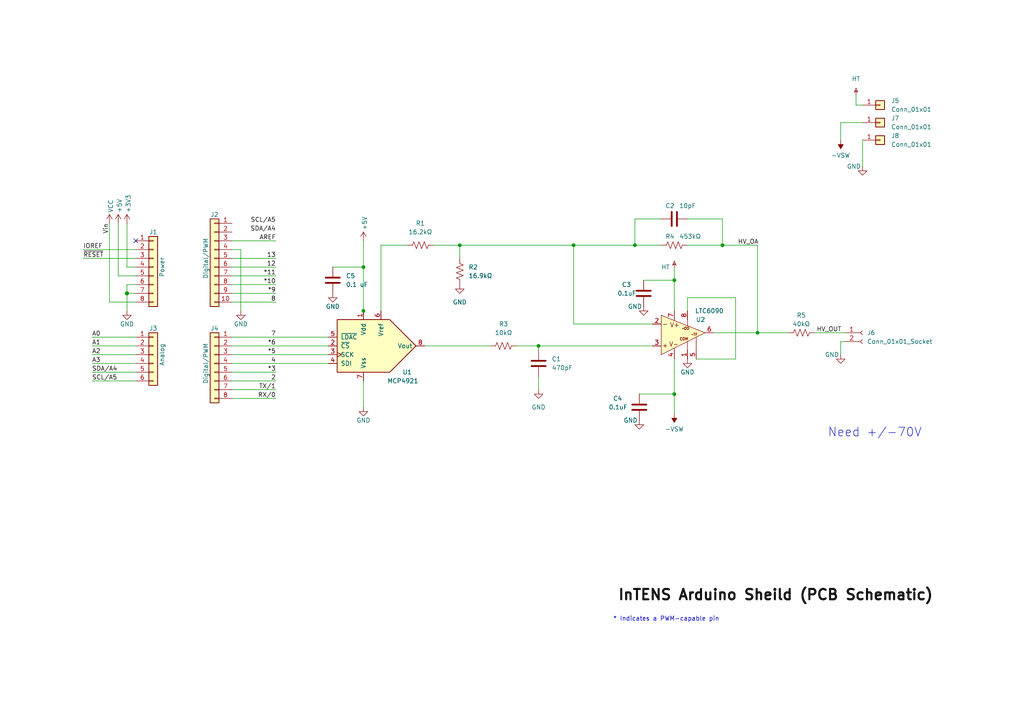
<source format=kicad_sch>
(kicad_sch (version 20230121) (generator eeschema)
  (paper "A4")
  (title_block (date "mar. 31 mars 2015"))
  (lib_symbols
    (symbol "Analog_DAC:MCP4921" (pin_names (offset 1.016))
      (property "Reference" "U" (at 6.35 10.795 0))
      (property "Value" "MCP4921" (at 6.35 8.89 0))
      (symbol "MCP4921_0_0"
        (polyline (pts (xy 15.24 0) (xy 7.62 7.62) (xy -7.62 7.62) (xy -7.62 -7.62) (xy 7.62 -7.62) (xy 15.24 0)) (stroke (width 0.254)) (fill (type background)))
      )
      (symbol "MCP4921_1_1"
        (pin power_in line (at 0 10.16 270) (length 2.54) (name "Vdd") (number "1"))
        (pin input line (at -10.16 0 0) (length 2.54) (name "~{CS}") (number "2"))
        (pin input clock (at -10.16 -2.54 0) (length 2.54) (name "SCK") (number "3"))
        (pin input line (at -10.16 -5.08 0) (length 2.54) (name "SDI") (number "4"))
        (pin input line (at -10.16 2.54 0) (length 2.54) (name "~{LDAC}") (number "5"))
        (pin power_in line (at 5.08 10.16 270) (length 2.54) (name "Vref") (number "6"))
        (pin power_in line (at 0 -10.16 90) (length 2.54) (name "Vss") (number "7"))
        (pin output line (at 17.78 0 180) (length 2.54) (name "Vout") (number "8"))
      )
    )
    (symbol "Connector:Conn_01x02_Socket" (pin_names (offset 1.016) hide)
      (property "Reference" "J" (at 0 2.54 0))
      (property "Value" "Conn_01x02_Socket" (at 0 -5.08 0))
      (symbol "Conn_01x02_Socket_1_1"
        (arc (start 0 -2.032) (mid -0.5058 -2.54) (end 0 -3.048) (stroke (width 0.1524)))
        (polyline (pts (xy -1.27 -2.54) (xy -0.508 -2.54)) (stroke (width 0.1524)))
        (polyline (pts (xy -1.27 0) (xy -0.508 0)) (stroke (width 0.1524)))
        (arc (start 0 0.508) (mid -0.5058 0) (end 0 -0.508) (stroke (width 0.1524)))
        (pin passive line (at -5.08 0 0) (length 3.81) (name "Pin_1") (number "1"))
        (pin passive line (at -5.08 -2.54 0) (length 3.81) (name "Pin_2") (number "2"))
      )
    )
    (symbol "Connector_Generic:Conn_01x01" (pin_names (offset 1.016) hide)
      (property "Reference" "J" (at 0 2.54 0))
      (property "Value" "Conn_01x01" (at 0 -2.54 0))
      (symbol "Conn_01x01_1_1"
        (rectangle (start -1.27 0.127) (end 0 -0.127) (stroke (width 0.1524)))
        (rectangle (start -1.27 1.27) (end 1.27 -1.27) (stroke (width 0.254)) (fill (type background)))
        (pin passive line (at -5.08 0 0) (length 3.81) (name "Pin_1") (number "1"))
      )
    )
    (symbol "Connector_Generic:Conn_01x06" (pin_names (offset 1.016) hide)
      (property "Reference" "J" (at 0 7.62 0))
      (property "Value" "Conn_01x06" (at 0 -10.16 0))
      (symbol "Conn_01x06_1_1"
        (rectangle (start -1.27 -7.493) (end 0 -7.747) (stroke (width 0.1524)))
        (rectangle (start -1.27 -4.953) (end 0 -5.207) (stroke (width 0.1524)))
        (rectangle (start -1.27 -2.413) (end 0 -2.667) (stroke (width 0.1524)))
        (rectangle (start -1.27 0.127) (end 0 -0.127) (stroke (width 0.1524)))
        (rectangle (start -1.27 2.667) (end 0 2.413) (stroke (width 0.1524)))
        (rectangle (start -1.27 5.207) (end 0 4.953) (stroke (width 0.1524)))
        (rectangle (start -1.27 6.35) (end 1.27 -8.89) (stroke (width 0.254)) (fill (type background)))
        (pin passive line (at -5.08 5.08 0) (length 3.81) (name "Pin_1") (number "1"))
        (pin passive line (at -5.08 2.54 0) (length 3.81) (name "Pin_2") (number "2"))
        (pin passive line (at -5.08 0 0) (length 3.81) (name "Pin_3") (number "3"))
        (pin passive line (at -5.08 -2.54 0) (length 3.81) (name "Pin_4") (number "4"))
        (pin passive line (at -5.08 -5.08 0) (length 3.81) (name "Pin_5") (number "5"))
        (pin passive line (at -5.08 -7.62 0) (length 3.81) (name "Pin_6") (number "6"))
      )
    )
    (symbol "Connector_Generic:Conn_01x08" (pin_names (offset 1.016) hide)
      (property "Reference" "J" (at 0 10.16 0))
      (property "Value" "Conn_01x08" (at 0 -12.7 0))
      (symbol "Conn_01x08_1_1"
        (rectangle (start -1.27 -10.033) (end 0 -10.287) (stroke (width 0.1524)))
        (rectangle (start -1.27 -7.493) (end 0 -7.747) (stroke (width 0.1524)))
        (rectangle (start -1.27 -4.953) (end 0 -5.207) (stroke (width 0.1524)))
        (rectangle (start -1.27 -2.413) (end 0 -2.667) (stroke (width 0.1524)))
        (rectangle (start -1.27 0.127) (end 0 -0.127) (stroke (width 0.1524)))
        (rectangle (start -1.27 2.667) (end 0 2.413) (stroke (width 0.1524)))
        (rectangle (start -1.27 5.207) (end 0 4.953) (stroke (width 0.1524)))
        (rectangle (start -1.27 7.747) (end 0 7.493) (stroke (width 0.1524)))
        (rectangle (start -1.27 8.89) (end 1.27 -11.43) (stroke (width 0.254)) (fill (type background)))
        (pin passive line (at -5.08 7.62 0) (length 3.81) (name "Pin_1") (number "1"))
        (pin passive line (at -5.08 5.08 0) (length 3.81) (name "Pin_2") (number "2"))
        (pin passive line (at -5.08 2.54 0) (length 3.81) (name "Pin_3") (number "3"))
        (pin passive line (at -5.08 0 0) (length 3.81) (name "Pin_4") (number "4"))
        (pin passive line (at -5.08 -2.54 0) (length 3.81) (name "Pin_5") (number "5"))
        (pin passive line (at -5.08 -5.08 0) (length 3.81) (name "Pin_6") (number "6"))
        (pin passive line (at -5.08 -7.62 0) (length 3.81) (name "Pin_7") (number "7"))
        (pin passive line (at -5.08 -10.16 0) (length 3.81) (name "Pin_8") (number "8"))
      )
    )
    (symbol "Connector_Generic:Conn_01x10" (pin_names (offset 1.016) hide)
      (property "Reference" "J" (at 0 12.7 0))
      (property "Value" "Conn_01x10" (at 0 -15.24 0))
      (symbol "Conn_01x10_1_1"
        (rectangle (start -1.27 -12.573) (end 0 -12.827) (stroke (width 0.1524)))
        (rectangle (start -1.27 -10.033) (end 0 -10.287) (stroke (width 0.1524)))
        (rectangle (start -1.27 -7.493) (end 0 -7.747) (stroke (width 0.1524)))
        (rectangle (start -1.27 -4.953) (end 0 -5.207) (stroke (width 0.1524)))
        (rectangle (start -1.27 -2.413) (end 0 -2.667) (stroke (width 0.1524)))
        (rectangle (start -1.27 0.127) (end 0 -0.127) (stroke (width 0.1524)))
        (rectangle (start -1.27 2.667) (end 0 2.413) (stroke (width 0.1524)))
        (rectangle (start -1.27 5.207) (end 0 4.953) (stroke (width 0.1524)))
        (rectangle (start -1.27 7.747) (end 0 7.493) (stroke (width 0.1524)))
        (rectangle (start -1.27 10.287) (end 0 10.033) (stroke (width 0.1524)))
        (rectangle (start -1.27 11.43) (end 1.27 -13.97) (stroke (width 0.254)) (fill (type background)))
        (pin passive line (at -5.08 10.16 0) (length 3.81) (name "Pin_1") (number "1"))
        (pin passive line (at -5.08 -12.7 0) (length 3.81) (name "Pin_10") (number "10"))
        (pin passive line (at -5.08 7.62 0) (length 3.81) (name "Pin_2") (number "2"))
        (pin passive line (at -5.08 5.08 0) (length 3.81) (name "Pin_3") (number "3"))
        (pin passive line (at -5.08 2.54 0) (length 3.81) (name "Pin_4") (number "4"))
        (pin passive line (at -5.08 0 0) (length 3.81) (name "Pin_5") (number "5"))
        (pin passive line (at -5.08 -2.54 0) (length 3.81) (name "Pin_6") (number "6"))
        (pin passive line (at -5.08 -5.08 0) (length 3.81) (name "Pin_7") (number "7"))
        (pin passive line (at -5.08 -7.62 0) (length 3.81) (name "Pin_8") (number "8"))
        (pin passive line (at -5.08 -10.16 0) (length 3.81) (name "Pin_9") (number "9"))
      )
    )
    (symbol "Device:C" (pin_numbers hide) (pin_names (offset 0.254))
      (property "Reference" "C" (at 0.635 2.54 0))
      (property "Value" "C" (at 0.635 -2.54 0))
      (symbol "C_0_1"
        (polyline (pts (xy -2.032 -0.762) (xy 2.032 -0.762)) (stroke (width 0.508)))
        (polyline (pts (xy -2.032 0.762) (xy 2.032 0.762)) (stroke (width 0.508)))
      )
      (symbol "C_1_1"
        (pin passive line (at 0 3.81 270) (length 2.794) (name "~") (number "1"))
        (pin passive line (at 0 -3.81 90) (length 2.794) (name "~") (number "2"))
      )
    )
    (symbol "Device:R_US" (pin_numbers hide) (pin_names (offset 0))
      (property "Reference" "R" (at 2.54 0 90))
      (property "Value" "R_US" (at -2.54 0 90))
      (symbol "R_US_0_1"
        (polyline (pts (xy 0 -2.286) (xy 0 -2.54)))
        (polyline (pts (xy 0 2.286) (xy 0 2.54)))
        (polyline (pts (xy 0 -0.762) (xy 1.016 -1.143) (xy 0 -1.524) (xy -1.016 -1.905) (xy 0 -2.286)))
        (polyline (pts (xy 0 0.762) (xy 1.016 0.381) (xy 0 0) (xy -1.016 -0.381) (xy 0 -0.762)))
        (polyline (pts (xy 0 2.286) (xy 1.016 1.905) (xy 0 1.524) (xy -1.016 1.143) (xy 0 0.762)))
      )
      (symbol "R_US_1_1"
        (pin passive line (at 0 3.81 270) (length 1.27) (name "~") (number "1"))
        (pin passive line (at 0 -3.81 90) (length 1.27) (name "~") (number "2"))
      )
    )
    (symbol "my_opamp:LTC6090"
      (property "Reference" "U" (at 14.478 2.794 0))
      (symbol "LTC6090_1_1"
        (polyline (pts (xy 6.35 -7.62) (xy 6.35 -7.112)))
        (polyline (pts (xy 6.35 1.27) (xy 6.35 1.016)))
        (polyline (pts (xy 10.16 -7.62) (xy 10.16 -5.08)))
        (polyline (pts (xy 10.16 1.27) (xy 10.16 -0.508)))
        (polyline (pts (xy 12.7 -7.62) (xy 12.7 -3.81)))
        (polyline (pts (xy 2.54 2.54) (xy 2.54 -8.89) (xy 15.24 -2.54) (xy 2.54 2.54)) (fill (type background)))
        (text "+" (at 3.683 -6.223 0) (effects (font (size 1.27 1.27))))
        (text "-" (at 3.683 0 0) (effects (font (size 1.27 1.27))))
        (text "COM" (at 9.144 -4.318 0) (effects (font (size 0.762 0.762))))
        (text "V+" (at 6.477 -0.254 0) (effects (font (size 1.27 1.27))))
        (text "V-" (at 6.223 -5.842 0) (effects (font (size 1.27 1.27))))
        (text "~OD" (at 9.652 -1.27 0) (effects (font (size 0.762 0.762))))
        (text "~TF" (at 12.192 -3.048 0) (effects (font (size 0.762 0.762))))
        (pin passive line (at 10.16 -10.16 90) (length 2.54) (name "~") (number "1"))
        (pin passive line (at 0 0 0) (length 2.54) (name "~") (number "2"))
        (pin passive line (at 0 -6.35 0) (length 2.54) (name "~") (number "3"))
        (pin passive line (at 6.35 -10.16 90) (length 2.54) (name "~") (number "4"))
        (pin passive line (at 12.7 -10.16 90) (length 2.54) (name "~") (number "5"))
        (pin passive line (at 17.78 -2.54 180) (length 2.54) (name "~") (number "6"))
        (pin passive line (at 6.35 3.81 270) (length 2.54) (name "~") (number "7"))
        (pin passive line (at 10.16 3.81 270) (length 2.54) (name "~") (number "8"))
      )
    )
    (symbol "power:+3V3" (power) (pin_names (offset 0))
      (property "Value" "+3V3" (at 0 3.556 0))
      (symbol "+3V3_0_1"
        (polyline (pts (xy -0.762 1.27) (xy 0 2.54)))
        (polyline (pts (xy 0 0) (xy 0 2.54)))
        (polyline (pts (xy 0 2.54) (xy 0.762 1.27)))
      )
      (symbol "+3V3_1_1"
        (pin power_in line (at 0 0 90) (length 0) hide (name "+3V3") (number "1"))
      )
    )
    (symbol "power:+5V" (power) (pin_names (offset 0))
      (property "Value" "+5V" (at 0 3.556 0))
      (symbol "+5V_0_1"
        (polyline (pts (xy -0.762 1.27) (xy 0 2.54)))
        (polyline (pts (xy 0 0) (xy 0 2.54)))
        (polyline (pts (xy 0 2.54) (xy 0.762 1.27)))
      )
      (symbol "+5V_1_1"
        (pin power_in line (at 0 0 90) (length 0) hide (name "+5V") (number "1"))
      )
    )
    (symbol "power:-VSW" (power) (pin_names (offset 0))
      (property "Value" "-VSW" (at 0 3.81 0))
      (symbol "-VSW_0_0"
        (pin power_in line (at 0 0 90) (length 0) hide (name "-VSW") (number "1"))
      )
      (symbol "-VSW_0_1"
        (polyline (pts (xy 0 0) (xy 0 1.27) (xy 0.762 1.27) (xy 0 2.54) (xy -0.762 1.27) (xy 0 1.27)) (fill (type outline)))
      )
    )
    (symbol "power:GND" (power) (pin_names (offset 0))
      (property "Value" "GND" (at 0 -3.81 0))
      (symbol "GND_0_1"
        (polyline (pts (xy 0 0) (xy 0 -1.27) (xy 1.27 -1.27) (xy 0 -2.54) (xy -1.27 -1.27) (xy 0 -1.27)))
      )
      (symbol "GND_1_1"
        (pin power_in line (at 0 0 270) (length 0) hide (name "GND") (number "1"))
      )
    )
    (symbol "power:HT" (power) (pin_names (offset 0))
      (property "Value" "HT" (at 0 2.286 0))
      (symbol "HT_0_0"
        (pin power_in line (at 0 0 90) (length 0) hide (name "HT") (number "1"))
      )
      (symbol "HT_0_1"
        (polyline (pts (xy 0 0) (xy 0 1.016) (xy 0 1.016)))
        (polyline (pts (xy 0 1.016) (xy 0.508 0.508) (xy 0 1.778) (xy -0.508 0.508) (xy 0 1.016) (xy 0 1.016)))
      )
    )
    (symbol "power:VCC" (power) (pin_names (offset 0))
      (property "Value" "VCC" (at 0 3.81 0))
      (symbol "VCC_0_1"
        (polyline (pts (xy -0.762 1.27) (xy 0 2.54)))
        (polyline (pts (xy 0 0) (xy 0 2.54)))
        (polyline (pts (xy 0 2.54) (xy 0.762 1.27)))
      )
      (symbol "VCC_1_1"
        (pin power_in line (at 0 0 90) (length 0) hide (name "VCC") (number "1"))
      )
    )
  )
  (junction (at 133.35 71.12))
  (junction (at 105.41 90.17))
  (junction (at 105.41 77.47))
  (junction (at 209.55 71.12))
  (junction (at 36.83 85.09) (diameter 1.016))
  (junction (at 166.37 71.12))
  (junction (at 195.58 114.3))
  (junction (at 195.58 81.28))
  (junction (at 184.15 71.12))
  (junction (at 156.21 100.33))
  (junction (at 219.71 96.52))
  (no_connect (at 39.37 69.85))
  (wire (pts (xy 67.31 115.57) (xy 80.01 115.57)))
  (wire (pts (xy 219.71 71.12) (xy 219.71 96.52)))
  (wire (pts (xy 243.84 40.64) (xy 243.84 35.56)))
  (wire (pts (xy 195.58 104.14) (xy 195.58 114.3)))
  (wire (pts (xy 166.37 71.12) (xy 184.15 71.12)))
  (wire (pts (xy 105.41 69.85) (xy 105.41 77.47)))
  (wire (pts (xy 133.35 71.12) (xy 166.37 71.12)))
  (wire (pts (xy 36.83 82.55) (xy 36.83 85.09)))
  (wire (pts (xy 105.41 90.17) (xy 105.41 91.44)))
  (wire (pts (xy 26.67 110.49) (xy 39.37 110.49)))
  (wire (pts (xy 184.15 63.5) (xy 184.15 71.12)))
  (wire (pts (xy 67.31 100.33) (xy 95.25 100.33)))
  (wire (pts (xy 36.83 85.09) (xy 36.83 90.17)))
  (wire (pts (xy 36.83 77.47) (xy 39.37 77.47)))
  (wire (pts (xy 34.29 80.01) (xy 39.37 80.01)))
  (wire (pts (xy 34.29 64.77) (xy 34.29 80.01)))
  (wire (pts (xy 195.58 81.28) (xy 186.69 81.28)))
  (wire (pts (xy 166.37 71.12) (xy 166.37 93.98)))
  (wire (pts (xy 67.31 102.87) (xy 95.25 102.87)))
  (wire (pts (xy 67.31 74.93) (xy 80.01 74.93)))
  (wire (pts (xy 36.83 64.77) (xy 36.83 77.47)))
  (wire (pts (xy 213.36 104.14) (xy 201.93 104.14)))
  (wire (pts (xy 195.58 77.47) (xy 195.58 81.28)))
  (wire (pts (xy 39.37 97.79) (xy 26.67 97.79)))
  (wire (pts (xy 219.71 96.52) (xy 228.6 96.52)))
  (wire (pts (xy 67.31 77.47) (xy 80.01 77.47)))
  (wire (pts (xy 248.285 27.305) (xy 248.285 30.48)))
  (wire (pts (xy 199.39 86.36) (xy 213.36 86.36)))
  (wire (pts (xy 195.58 81.28) (xy 195.58 90.17)))
  (wire (pts (xy 67.31 87.63) (xy 80.01 87.63)))
  (wire (pts (xy 67.31 80.01) (xy 80.01 80.01)))
  (wire (pts (xy 209.55 71.12) (xy 219.71 71.12)))
  (wire (pts (xy 24.13 72.39) (xy 39.37 72.39)))
  (wire (pts (xy 118.11 71.12) (xy 110.49 71.12)))
  (wire (pts (xy 199.39 71.12) (xy 209.55 71.12)))
  (wire (pts (xy 243.84 35.56) (xy 250.19 35.56)))
  (wire (pts (xy 69.85 72.39) (xy 69.85 90.17)))
  (wire (pts (xy 67.31 69.85) (xy 80.01 69.85)))
  (wire (pts (xy 185.42 114.3) (xy 195.58 114.3)))
  (wire (pts (xy 39.37 102.87) (xy 26.67 102.87)))
  (wire (pts (xy 24.13 74.93) (xy 39.37 74.93)))
  (wire (pts (xy 39.37 85.09) (xy 36.83 85.09)))
  (wire (pts (xy 67.31 82.55) (xy 80.01 82.55)))
  (wire (pts (xy 149.86 100.33) (xy 156.21 100.33)))
  (wire (pts (xy 199.39 86.36) (xy 199.39 90.17)))
  (wire (pts (xy 39.37 87.63) (xy 31.75 87.63)))
  (wire (pts (xy 26.67 100.33) (xy 39.37 100.33)))
  (wire (pts (xy 96.52 77.47) (xy 105.41 77.47)))
  (wire (pts (xy 67.31 97.79) (xy 95.25 97.79)))
  (wire (pts (xy 236.22 96.52) (xy 245.11 96.52)))
  (wire (pts (xy 195.58 114.3) (xy 195.58 120.015)))
  (wire (pts (xy 67.31 85.09) (xy 80.01 85.09)))
  (wire (pts (xy 250.19 40.64) (xy 250.19 48.26)))
  (wire (pts (xy 67.31 72.39) (xy 69.85 72.39)))
  (wire (pts (xy 245.11 99.06) (xy 243.84 99.06)))
  (wire (pts (xy 39.37 82.55) (xy 36.83 82.55)))
  (wire (pts (xy 207.01 96.52) (xy 219.71 96.52)))
  (wire (pts (xy 209.55 63.5) (xy 209.55 71.12)))
  (wire (pts (xy 156.21 100.33) (xy 189.23 100.33)))
  (wire (pts (xy 125.73 71.12) (xy 133.35 71.12)))
  (wire (pts (xy 213.36 86.36) (xy 213.36 104.14)))
  (wire (pts (xy 209.55 63.5) (xy 199.39 63.5)))
  (wire (pts (xy 26.67 105.41) (xy 39.37 105.41)))
  (wire (pts (xy 105.41 110.49) (xy 105.41 118.11)))
  (wire (pts (xy 248.285 30.48) (xy 250.19 30.48)))
  (wire (pts (xy 243.84 99.06) (xy 243.84 102.87)))
  (wire (pts (xy 156.21 109.22) (xy 156.21 113.03)))
  (wire (pts (xy 166.37 93.98) (xy 189.23 93.98)))
  (wire (pts (xy 67.31 110.49) (xy 80.01 110.49)))
  (wire (pts (xy 67.31 107.95) (xy 80.01 107.95)))
  (wire (pts (xy 184.15 63.5) (xy 191.77 63.5)))
  (wire (pts (xy 110.49 71.12) (xy 110.49 90.17)))
  (wire (pts (xy 184.15 71.12) (xy 191.77 71.12)))
  (wire (pts (xy 67.31 105.41) (xy 95.25 105.41)))
  (wire (pts (xy 105.41 77.47) (xy 105.41 90.17)))
  (wire (pts (xy 67.31 113.03) (xy 80.01 113.03)))
  (wire (pts (xy 31.75 87.63) (xy 31.75 64.77)))
  (wire (pts (xy 39.37 107.95) (xy 26.67 107.95)))
  (wire (pts (xy 123.19 100.33) (xy 142.24 100.33)))
  (wire (pts (xy 133.35 71.12) (xy 133.35 74.93)))
  (wire (pts (xy 156.21 100.33) (xy 156.21 101.6)))
  (text "Need +/-70V" (at 240.03 127 0) (effects (font (size 2.54 2.54)) (justify left bottom)))
  (text "* Indicates a PWM-capable pin" (at 177.8 180.34 0) (effects (font (size 1.27 1.27)) (justify left bottom)))
  (label "RX{slash}0" (at 80.01 115.57 180))
  (label "A2" (at 26.67 102.87 0))
  (label "4" (at 80.01 105.41 180))
  (label "2" (at 80.01 110.49 180))
  (label "A3" (at 26.67 105.41 0))
  (label "13" (at 80.01 74.93 180))
  (label "12" (at 80.01 77.47 180))
  (label "~{RESET}" (at 24.13 74.93 0))
  (label "*10" (at 80.01 82.55 180))
  (label "HV_OA" (at 213.995 71.12 0))
  (label "InTENS Arduino Sheild (PCB Schematic)" (at 179.07 175.26 0) (effects (font (size 3 3) (thickness 0.6) bold)))
  (label "HV_OUT" (at 236.855 96.52 0))
  (label "7" (at 80.01 97.79 180))
  (label "SDA{slash}A4" (at 80.01 67.31 180))
  (label "8" (at 80.01 87.63 180))
  (label "*11" (at 80.01 80.01 180))
  (label "*3" (at 80.01 107.95 180))
  (label "A1" (at 26.67 100.33 0))
  (label "TX{slash}1" (at 80.01 113.03 180))
  (label "A0" (at 26.67 97.79 0))
  (label "AREF" (at 80.01 69.85 180))
  (label "Vin" (at 31.75 64.77 270))
  (label "*6" (at 80.01 100.33 180))
  (label "SCL{slash}A5" (at 80.01 64.77 180))
  (label "*9" (at 80.01 85.09 180))
  (label "*5" (at 80.01 102.87 180))
  (label "IOREF" (at 24.13 72.39 0))
  (label "SDA{slash}A4" (at 26.67 107.95 0))
  (label "SCL{slash}A5" (at 26.67 110.49 0))
  (symbol (lib_id "Connector_Generic:Conn_01x08") (at 44.45 77.47 0) (unit 1)
    (property "Reference" "J1" (at 44.45 67.31 0))
    (property "Value" "Power" (at 46.99 77.47 90))
    (property "Footprint" "Connector_PinSocket_2.54mm:PinSocket_1x08_P2.54mm_Vertical" (effects hide))
  )
  (symbol (lib_id "power:+3V3") (at 36.83 64.77 0) (unit 1)
    (property "Reference" "#PWR03" (effects hide))
    (property "Value" "+3.3V" (at 37.211 61.722 90) (effects (justify left)))
  )
  (symbol (lib_id "power:+5V") (at 34.29 64.77 0) (unit 1)
    (property "Reference" "#PWR02" (effects hide))
    (property "Value" "+5V" (at 34.6456 61.722 90) (effects (justify left)))
  )
  (symbol (lib_id "power:GND") (at 36.83 90.17 0) (unit 1)
    (property "Reference" "#PWR04" (effects hide))
    (property "Value" "GND" (at 36.83 93.98 0))
  )
  (symbol (lib_id "Connector_Generic:Conn_01x10") (at 62.23 74.93 0) (mirror y) (unit 1)
    (property "Reference" "J2" (at 62.23 62.23 0))
    (property "Value" "Digital/PWM" (at 59.69 74.93 90))
    (property "Footprint" "Connector_PinSocket_2.54mm:PinSocket_1x10_P2.54mm_Vertical" (effects hide))
  )
  (symbol (lib_id "power:GND") (at 69.85 90.17 0) (unit 1)
    (property "Reference" "#PWR05" (effects hide))
    (property "Value" "GND" (at 69.85 93.98 0))
  )
  (symbol (lib_id "Connector_Generic:Conn_01x06") (at 44.45 102.87 0) (unit 1)
    (property "Reference" "J3" (at 44.45 95.25 0))
    (property "Value" "Analog" (at 46.99 102.87 90))
    (property "Footprint" "Connector_PinSocket_2.54mm:PinSocket_1x06_P2.54mm_Vertical" (effects hide))
  )
  (symbol (lib_id "Connector_Generic:Conn_01x08") (at 62.23 105.41 0) (mirror y) (unit 1)
    (property "Reference" "J4" (at 62.23 95.25 0))
    (property "Value" "Digital/PWM" (at 59.69 105.41 90))
    (property "Footprint" "Connector_PinSocket_2.54mm:PinSocket_1x08_P2.54mm_Vertical" (effects hide))
  )
  (symbol (lib_id "power:+5V") (at 105.41 69.85 0) (unit 1)
    (property "Reference" "#PWR07" (effects hide))
    (property "Value" "+5V" (at 105.7656 66.802 90) (effects (justify left)))
  )
  (symbol (lib_id "Connector_Generic:Conn_01x01") (at 255.27 30.48 0) (unit 1)
    (property "Reference" "J5" (at 258.445 29.21 0) (effects (justify left)))
    (property "Value" "Conn_01x01" (at 258.445 31.75 0) (effects (justify left)))
    (property "Footprint" "Connector_Pin:Pin_D1.0mm_L10.0mm" (effects hide))
  )
  (symbol (lib_id "power:GND") (at 105.41 118.11 0) (unit 1)
    (property "Reference" "#PWR09" (effects hide))
    (property "Value" "GND" (at 105.41 121.92 0))
  )
  (symbol (lib_id "Device:C") (at 156.21 105.41 0) (unit 1)
    (property "Reference" "C1" (at 160.02 104.14 0) (effects (justify left)))
    (property "Value" "470pF" (at 160.02 106.68 0) (effects (justify left)))
    (property "Footprint" "Capacitor_SMD:C_1206_3216Metric_Pad1.33x1.80mm_HandSolder" (effects hide))
  )
  (symbol (lib_id "Connector_Generic:Conn_01x01") (at 255.27 40.64 0) (unit 1)
    (property "Reference" "J8" (at 258.445 39.37 0) (effects (justify left)))
    (property "Value" "Conn_01x01" (at 258.445 41.91 0) (effects (justify left)))
    (property "Footprint" "Connector_Pin:Pin_D1.0mm_L10.0mm" (effects hide))
  )
  (symbol (lib_id "power:-VSW") (at 195.58 120.015 180) (unit 1)
    (property "Reference" "#PWR019" (effects hide))
    (property "Value" "-VSW" (at 195.58 124.46 0))
  )
  (symbol (lib_id "Device:C") (at 96.52 81.28 0) (unit 1)
    (property "Reference" "C5" (at 100.33 80.01 0) (effects (justify left)))
    (property "Value" "0.1 uF" (at 100.33 82.55 0) (effects (justify left)))
    (property "Footprint" "Capacitor_SMD:C_1206_3216Metric_Pad1.33x1.80mm_HandSolder" (effects hide))
  )
  (symbol (lib_id "power:GND") (at 243.84 102.87 0) (unit 1)
    (property "Reference" "#PWR012" (effects hide))
    (property "Value" "GND" (at 241.3 102.87 0))
  )
  (symbol (lib_id "power:VCC") (at 31.75 64.77 0) (unit 1)
    (property "Reference" "#PWR01" (effects hide))
    (property "Value" "VCC" (at 32.131 61.722 90) (effects (justify left)))
  )
  (symbol (lib_id "Connector:Conn_01x02_Socket") (at 250.19 96.52 0) (unit 1)
    (property "Reference" "J6" (at 251.46 96.52 0) (effects (justify left)))
    (property "Value" "Conn_01x01_Socket" (at 251.46 99.06 0) (effects (justify left)))
    (property "Footprint" "Connector_Wuerth:Wuerth_WR-WTB_64800211622_1x02_P1.50mm_Vertical" (effects hide))
  )
  (symbol (lib_id "Device:R_US") (at 195.58 71.12 90) (unit 1)
    (property "Reference" "R4" (at 194.31 68.58 90))
    (property "Value" "453kΩ " (at 200.66 68.58 90))
    (property "Footprint" "Resistor_SMD:R_1206_3216Metric_Pad1.30x1.75mm_HandSolder" (effects hide))
  )
  (symbol (lib_id "power:-VSW") (at 243.84 40.64 180) (unit 1)
    (property "Reference" "#PWR020" (effects hide))
    (property "Value" "-VSW" (at 243.84 45.085 0))
  )
  (symbol (lib_id "power:HT") (at 195.58 77.47 0) (unit 1)
    (property "Reference" "#PWR017" (effects hide))
    (property "Value" "HT" (at 193.04 77.47 0))
  )
  (symbol (lib_id "Device:R_US") (at 121.92 71.12 270) (unit 1)
    (property "Reference" "R1" (at 121.92 64.77 90))
    (property "Value" "16.2kΩ" (at 121.92 67.31 90))
    (property "Footprint" "Resistor_SMD:R_1206_3216Metric_Pad1.30x1.75mm_HandSolder" (effects hide))
  )
  (symbol (lib_id "Connector_Generic:Conn_01x01") (at 255.27 35.56 0) (unit 1)
    (property "Reference" "J7" (at 258.445 34.29 0) (effects (justify left)))
    (property "Value" "Conn_01x01" (at 258.445 36.83 0) (effects (justify left)))
    (property "Footprint" "Connector_Pin:Pin_D1.0mm_L10.0mm" (effects hide))
  )
  (symbol (lib_id "power:HT") (at 248.285 27.305 0) (unit 1)
    (property "Reference" "#PWR018" (effects hide))
    (property "Value" "HT" (at 248.285 22.86 0))
  )
  (symbol (lib_id "power:GND") (at 133.35 82.55 0) (unit 1)
    (property "Reference" "#PWR016" (effects hide))
    (property "Value" "GND" (at 133.35 87.63 0))
  )
  (symbol (lib_id "power:GND") (at 250.19 48.26 0) (unit 1)
    (property "Reference" "#PWR06" (effects hide))
    (property "Value" "GND" (at 247.65 48.26 0))
  )
  (symbol (lib_id "my_opamp:LTC6090") (at 189.23 93.98 0) (unit 1)
    (property "Reference" "U2" (at 203.2 92.71 0))
    (property "Value" "LTC6090" (at 205.74 90.17 0))
    (property "Footprint" "Package_SO:SOIC-8-1EP_3.9x4.9mm_P1.27mm_EP2.29x3mm" (effects hide))
  )
  (symbol (lib_id "Device:C") (at 186.69 85.09 0) (unit 1)
    (property "Reference" "C3" (at 180.34 82.55 0) (effects (justify left)))
    (property "Value" "0.1uF" (at 179.07 85.09 0) (effects (justify left)))
    (property "Footprint" "Capacitor_SMD:C_1206_3216Metric_Pad1.33x1.80mm_HandSolder" (effects hide))
  )
  (symbol (lib_id "power:GND") (at 96.52 85.09 0) (unit 1)
    (property "Reference" "#PWR011" (effects hide))
    (property "Value" "GND" (at 96.52 88.9 0))
  )
  (symbol (lib_id "power:GND") (at 186.69 88.9 0) (unit 1)
    (property "Reference" "#PWR08" (effects hide))
    (property "Value" "GND" (at 184.15 88.9 0))
  )
  (symbol (lib_id "Device:C") (at 185.42 118.11 0) (unit 1)
    (property "Reference" "C4" (at 177.8 115.57 0) (effects (justify left)))
    (property "Value" "0.1uF" (at 176.53 118.11 0) (effects (justify left)))
    (property "Footprint" "Capacitor_SMD:C_1206_3216Metric_Pad1.33x1.80mm_HandSolder" (effects hide))
  )
  (symbol (lib_id "Device:C") (at 195.58 63.5 90) (unit 1)
    (property "Reference" "C2" (at 194.31 59.69 90))
    (property "Value" "10pF" (at 199.39 59.69 90))
    (property "Footprint" "Capacitor_SMD:C_1206_3216Metric_Pad1.33x1.80mm_HandSolder" (effects hide))
  )
  (symbol (lib_id "Device:R_US") (at 232.41 96.52 90) (unit 1)
    (property "Reference" "R5" (at 232.41 91.44 90))
    (property "Value" "40kΩ" (at 232.41 93.98 90))
    (property "Footprint" "Resistor_SMD:R_1206_3216Metric_Pad1.30x1.75mm_HandSolder" (effects hide))
  )
  (symbol (lib_id "power:GND") (at 199.39 104.14 0) (unit 1)
    (property "Reference" "#PWR010" (effects hide))
    (property "Value" "GND" (at 199.39 107.95 0))
  )
  (symbol (lib_id "Analog_DAC:MCP4921") (at 105.41 100.33 0) (unit 1)
    (property "Reference" "U1" (at 118.11 107.95 0))
    (property "Value" "MCP4921" (at 116.84 110.49 0))
    (property "Footprint" "MCP4921_Mouser:DIP781W56P254L950H533Q8N" (effects hide))
    (property "Datasheet" "http://ww1.microchip.com/downloads/en/DeviceDoc/22248a.pdf" (effects hide))
  )
  (symbol (lib_id "power:GND") (at 185.42 121.92 0) (unit 1)
    (property "Reference" "#PWR021" (effects hide))
    (property "Value" "GND" (at 182.88 121.92 0))
  )
  (symbol (lib_id "Device:R_US") (at 133.35 78.74 180) (unit 1)
    (property "Reference" "R2" (at 135.89 77.47 0) (effects (justify right)))
    (property "Value" "16.9kΩ" (at 135.89 80.01 0) (effects (justify right)))
    (property "Footprint" "Resistor_SMD:R_1206_3216Metric_Pad1.30x1.75mm_HandSolder" (effects hide))
  )
  (symbol (lib_id "Device:R_US") (at 146.05 100.33 90) (unit 1)
    (property "Reference" "R3" (at 146.05 93.98 90))
    (property "Value" "10kΩ" (at 146.05 96.52 90))
    (property "Footprint" "Resistor_SMD:R_1206_3216Metric_Pad1.30x1.75mm_HandSolder" (effects hide))
  )
  (symbol (lib_id "power:GND") (at 156.21 113.03 0) (unit 1)
    (property "Reference" "#PWR014" (effects hide))
    (property "Value" "GND" (at 156.21 118.11 0))
  )
)
</source>
